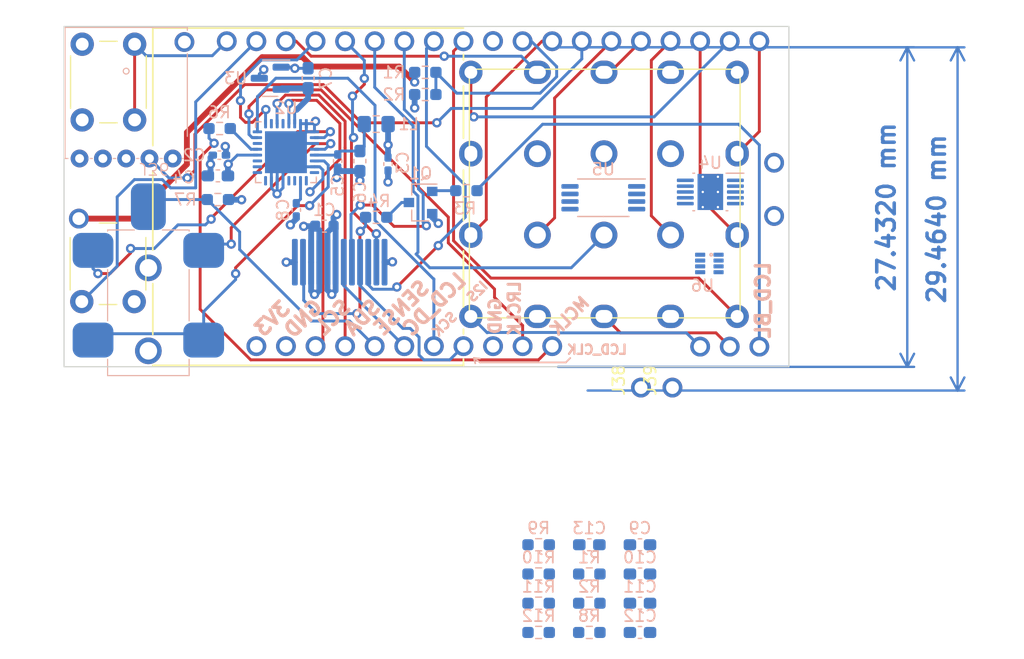
<source format=kicad_pcb>
(kicad_pcb (version 20221018) (generator pcbnew)
  (layers (0 "F.Cu" signal) (1 "In1.Cu" power) (2 "In2.Cu" power) (31 "B.Cu" signal) (34 "B.Paste" user) (35 "F.Paste" user) (36 "B.SilkS" user "B.Silkscreen") (37 "F.SilkS" user "F.Silkscreen") (38 "B.Mask" user) (39 "F.Mask" user) (44 "Edge.Cuts" user))
  (net 0 "")
  (net 1 "GNDREF")
  (net 2 "VCC")
  (net 3 "Net-(J1-Pin_1)")
  (net 4 "/vol_pot_measure")
  (net 5 "+3V3")
  (net 6 "/LCD_BL")
  (net 7 "+BATT")
  (net 8 "/LCD_RST")
  (net 9 "/LCD_DIN")
  (net 10 "/LCD_CLK")
  (net 11 "/LCD_CS")
  (net 12 "/LCD_DC")
  (net 13 "/LCD_BL_CONT")
  (net 14 "/VOLT_MEASURE")
  (net 15 "Net-(J12-Pin_1)")
  (net 16 "Net-(J13-Pin_1)")
  (net 17 "Net-(J14-Pin_1)")
  (net 18 "Net-(J15-Pin_1)")
  (net 19 "Net-(J16-Pin_1)")
  (net 20 "Net-(J17-Pin_1)")
  (net 21 "Net-(J18-Pin_1)")
  (net 22 "Net-(J19-Pin_1)")
  (net 23 "Net-(J20-Pin_1)")
  (net 24 "Net-(J21-Pin_1)")
  (net 25 "Net-(J22-Pin_1)")
  (net 26 "Net-(Q1-B)")
  (net 27 "Net-(Q1-C)")
  (net 28 "Net-(J23-Pin_1)")
  (net 31 "Net-(U2-VDDA)")
  (net 32 "Net-(U2-VAG)")
  (net 35 "/BUTTON_SENSE")
  (net 42 "Net-(U2-SYS_MCLK)")
  (net 44 "Net-(J24-Pin_1)")
  (net 45 "/SCL")
  (net 46 "/I2S_DATA")
  (net 47 "/SDA")
  (net 48 "/I2S_SCLK")
  (net 50 "/I2S_LRCLK")
  (net 51 "/I2S_MCLK")
  (net 52 "/LEFT")
  (net 53 "/RIGHT")
  (net 54 "/AUDIO_GND")
  (net 55 "/+1V8")
  (net 56 "/CELL-")
  (net 57 "+5V")
  (net 58 "/PWR_SRC")
  (net 60 "Net-(U5-VDD)")
  (net 61 "Net-(U4-TIMER)")
  (net 62 "Net-(U5-VIN)")
  (net 63 "Net-(U4-PROG)")
  (net 64 "Net-(U4-{slash}CHRG)")
  (net 65 "Net-(U6-PR1)")
  (footprint "custom_footprints:hole" (layer "F.Cu") (at 48.005276 14.7175)
    (fp_text reference "J14" hide)
    (fp_text value "Conn_01x01_Male")
  )
  (footprint "custom_footprints:hole" (layer "F.Cu") (at 37.845276 14.7175)
    (fp_text reference "J31" hide)
    (fp_text value "Conn_01x01_Male")
  )
  (footprint "custom_footprints:hole" (layer "F.Cu") (at 40.385276 14.7175)
    (fp_text reference "J19" hide)
    (fp_text value "Conn_01x01_Male")
  )
  (footprint "custom_footprints:hole" (layer "F.Cu") (at 30.225276 40.894)
    (fp_text reference "J4" hide)
    (fp_text value "Conn_01x01_Male")
  )
  (footprint "custom_footprints:hole" (layer "F.Cu") (at 35.305276 40.894 90)
    (fp_text reference "J25" hide)
    (fp_text value "Conn_01x01_Male")
  )
  (footprint "custom_footprints:hole" (layer "F.Cu") (at 30.225276 14.7175)
    (fp_text reference "J1" hide)
    (fp_text value "Conn_01x01_Male")
  )
  (footprint "custom_footprints:hole" (layer "F.Cu") (at 60.705276 14.7175)
    (fp_text reference "J20" hide)
    (fp_text value "Conn_01x01_Male")
  )
  (footprint "custom_footprints:hole" (layer "F.Cu") (at 45.465276 40.894)
    (fp_text reference "J33" hide)
    (fp_text value "Conn_01x01_Male")
  )
  (footprint "custom_footprints:hole" (layer "F.Cu") (at 74.676 29.718)
    (fp_text reference "J37" hide)
    (fp_text value "Conn_01x01_Male")
  )
  (footprint "custom_footprints:hole" (layer "F.Cu") (at 53.085276 40.894)
    (fp_text reference "J34" hide)
    (fp_text value "Conn_01x01_Male")
  )
  (footprint "custom_footprints:hole" (layer "F.Cu") (at 65.946 44.45 90)
    (fp_text reference "J39")
    (fp_text value "Conn_01x01_Male")
  )
  (footprint "custom_footprints:hole" (layer "F.Cu") (at 63.246 44.45 90)
    (fp_text reference "J38")
    (fp_text value "Conn_01x01_Male")
  )
  (footprint "custom_footprints:hole" (layer "F.Cu") (at 45.465276 14.7175)
    (fp_text reference "J30" hide)
    (fp_text value "Conn_01x01_Male")
  )
  (footprint "custom_footprints:hole" (layer "F.Cu") (at 32.765276 40.894)
    (fp_text reference "J6" hide)
    (fp_text value "Conn_01x01_Male")
  )
  (footprint "custom_footprints:hole" (layer "F.Cu") (at 42.925276 40.894)
    (fp_text reference "J27" hide)
    (fp_text value "Conn_01x01_Male")
  )
  (footprint "custom_footprints:hole" (layer "F.Cu") (at 50.544552 14.703)
    (fp_text reference "J5" hide)
    (fp_text value "Conn_01x01_Male")
  )
  (footprint "custom_footprints:hole" (layer "F.Cu") (at 70.865276 40.9335)
    (fp_text reference "J15" hide)
    (fp_text value "Conn_01x01_Male")
  )
  (footprint "custom_footprints:button_array" (layer "F.Cu") (at 48.005276 38.3395)
    (fp_text reference "U1" hide)
    (fp_text value "buttonarray")
  )
  (footprint "custom_footprints:hole" (layer "F.Cu") (at 42.925276 14.7175)
    (fp_text reference "J28" hide)
    (fp_text value "Conn_01x01_Male")
  )
  (footprint "Button_Switch_THT:SW_PUSH_6mm_H5mm" (layer "F.Cu") (at 15.275276 21.4715 90)
    (fp_text reference "SW14" hide)
    (fp_text value "SW_Push")
  )
  (footprint "custom_footprints:hole" (layer "F.Cu") (at 70.865276 14.7175)
    (fp_text reference "J24" hide)
    (fp_text value "Conn_01x01_Male")
  )
  (footprint "custom_footprints:hole" (layer "F.Cu") (at 35.305276 14.7175)
    (fp_text reference "J32" hide)
    (fp_text value "Conn_01x01_Male")
  )
  (footprint "custom_footprints:hole" (layer "F.Cu") (at 53.085276 14.7175)
    (fp_text reference "J10" hide)
    (fp_text value "Conn_01x01_Male")
  )
  (footprint "custom_footprints:hole" (layer "F.Cu") (at 55.625276 14.7175)
    (fp_text reference "J21" hide)
    (fp_text value "Conn_01x01_Male")
  )
  (footprint "custom_footprints:hole" (layer "F.Cu") (at 27.685276 14.7175)
    (fp_text reference "J12" hide)
    (fp_text value "Conn_01x01_Male")
  )
  (footprint "custom_footprints:hole" (layer "F.Cu") (at 68.325276 40.9335)
    (fp_text reference "J16" hide)
    (fp_text value "Conn_01x01_Male")
  )
  (footprint "custom_footprints:hole" (layer "F.Cu") (at 63.245276 14.7175)
    (fp_text reference "J22" hide)
    (fp_text value "Conn_01x01_Male")
  )
  (footprint "custom_footprints:hole" (layer "F.Cu") (at 74.676 25.146)
    (fp_text reference "J10" hide)
    (fp_text value "Conn_01x01_Male")
  )
  (footprint "Button_Switch_THT:SW_PUSH_6mm_H5mm" (layer "F.Cu") (at 19.739276 30.5695 -90)
    (fp_text reference "SW13" hide)
    (fp_text value "SW_Push")
  )
  (footprint "custom_footprints:hole" (layer "F.Cu") (at 50.545276 40.894)
    (fp_text reference "J9" hide)
    (fp_text value "Conn_01x01_Male")
  )
  (footprint "custom_footprints:hole" (layer "F.Cu") (at 48.005276 40.894)
    (fp_text reference "J29" hide)
    (fp_text value "Conn_01x01_Male")
  )
  (footprint "custom_footprints:hole" (layer "F.Cu") (at 58.165276 14.7175)
    (fp_text reference "J7" hide)
    (fp_text value "Conn_01x01_Male")
  )
  (footprint "custom_footprints:hole" (layer "F.Cu") (at 55.625276 40.894)
    (fp_text reference "J35" hide)
    (fp_text value "Conn_01x01_Male")
  )
  (footprint "custom_footprints:hole" (layer "F.Cu") (at 65.785276 14.703)
    (fp_text reference "J17" hide)
    (fp_text value "Conn_01x01_Male")
  )
  (footprint "custom_footprints:hole" (layer "F.Cu") (at 68.324552 14.7175)
    (fp_text reference "J18" hide)
    (fp_text value "Conn_01x01_Male")
  )
  (footprint "custom_footprints:hole" (layer "F.Cu") (at 73.405276 40.9335)
    (fp_text reference "J2" hide)
    (fp_text value "Conn_01x01_Male")
  )
  (footprint "custom_footprints:hole" (layer "F.Cu") (at 40.385276 40.894)
    (fp_text reference "J11" hide)
    (fp_text value "Conn_01x01_Male")
  )
  (footprint "custom_footprints:hole" (layer "F.Cu") (at 32.765276 14.7175)
    (fp_text reference "J23" hide)
    (fp_text value "Conn_01x01_Male")
  )
  (footprint "custom_footprints:hole" (layer "F.Cu") (at 37.845276 40.894 90)
    (fp_text reference "J26" hide)
    (fp_text value "Conn_01x01_Male")
  )
  (footprint "custom_footprints:hole" (layer "F.Cu") (at 14.985276 29.943)
    (fp_text reference "J3" hide)
    (fp_text value "Conn_01x01_Male")
  )
  (footprint "custom_footprints:hole" (layer "F.Cu") (at 73.405276 14.7175)
    (fp_text reference "J13" hide)
    (fp_text value "Conn_01x01_Male")
  )
  (footprint "Capacitor_SMD:C_0603_1608Metric_Pad1.08x0.95mm_HandSolder" (layer "B.Cu") (at 63.1595 60.452 180)
    (fp_text reference "C10")
    (fp_text value "0.1µF")
  )
  (footprint "Package_DFN_QFN:QFN-32-1EP_5x5mm_P0.5mm_EP3.6x3.6mm" (layer "B.Cu") (at 32.765276 24.2425 180)
    (fp_text reference "U2")
    (fp_text value "SGTL5000XNAA3")
  )
  (footprint "Capacitor_SMD:C_0603_1608Metric_Pad1.08x0.95mm_HandSolder" (layer "B.Cu") (at 63.1595 65.472 180)
    (fp_text reference "C12")
    (fp_text value "10µF")
  )
  (footprint "Resistor_SMD:R_0603_1608Metric_Pad0.98x0.95mm_HandSolder" (layer "B.Cu") (at 48.259276 27.5445 180)
    (fp_text reference "R3")
    (fp_text value "10K")
  )
  (footprint "Resistor_SMD:R_0603_1608Metric_Pad0.98x0.95mm_HandSolder" (layer "B.Cu") (at 58.8095 60.452 180)
    (fp_text reference "R1")
    (fp_text value "20mR")
  )
  (footprint "Capacitor_SMD:C_0603_1608Metric_Pad1.08x0.95mm_HandSolder" (layer "B.Cu") (at 39.115276 25.0045 -90)
    (fp_text reference "C6")
    (fp_text value "2.2µF")
  )
  (footprint "Resistor_SMD:R_0603_1608Metric_Pad0.98x0.95mm_HandSolder" (layer "B.Cu") (at 58.8095 65.472 180)
    (fp_text reference "R8")
    (fp_text value "1K")
  )
  (footprint "Inductor_SMD:L_0805_2012Metric_Pad1.15x1.40mm_HandSolder" (layer "B.Cu") (at 40.512276 21.8295 180)
    (fp_text reference "L1")
    (fp_text value "ferrite 600")
  )
  (footprint "Resistor_SMD:R_0603_1608Metric_Pad0.98x0.95mm_HandSolder" (layer "B.Cu") (at 54.4595 62.962 180)
    (fp_text reference "R11")
    (fp_text value "2K2")
  )
  (footprint "Capacitor_SMD:C_0603_1608Metric" (layer "B.Cu") (at 36.067276 30.5925 180)
    (fp_text reference "C1")
    (fp_text value "C")
  )
  (footprint "Capacitor_SMD:C_0603_1608Metric_Pad1.08x0.95mm_HandSolder" (layer "B.Cu") (at 63.1595 62.962 180)
    (fp_text reference "C11")
    (fp_text value "4.7µF")
  )
  (footprint "Package_SO:TSSOP-8_4.4x3mm_P0.65mm" (layer "B.Cu") (at 60.0125 28.153 180)
    (fp_text reference "U5")
    (fp_text value "DS2782")
  )
  (footprint "Package_TO_SOT_SMD:SOT-23" (layer "B.Cu") (at 44.322276 28.5605 180)
    (fp_text reference "Q1")
    (fp_text value "Q_NPN_BEC")
  )
  (footprint "Package_TO_SOT_SMD:SOT-23" (layer "B.Cu") (at 31.416776 17.8925 180)
    (fp_text reference "U3")
    (fp_text value "~")
  )
  (footprint "Resistor_SMD:R_0603_1608Metric_Pad0.98x0.95mm_HandSolder" (layer "B.Cu") (at 26.923276 28.3065 180)
    (fp_text reference "R7")
    (fp_text value "270R")
  )
  (footprint "Resistor_SMD:R_0603_1608Metric_Pad0.98x0.95mm_HandSolder" (layer "B.Cu") (at 54.4595 60.452 180)
    (fp_text reference "R10")
    (fp_text value "400K")
  )
  (footprint "Resistor_SMD:R_0603_1608Metric_Pad0.98x0.95mm_HandSolder" (layer "B.Cu") (at 54.4595 65.472 180)
    (fp_text reference "R12")
    (fp_text value "820R")
  )
  (footprint "Resistor_SMD:R_0603_1608Metric_Pad0.98x0.95mm_HandSolder" (layer "B.Cu") (at 54.4595 57.942 180)
    (fp_text reference "R9")
    (fp_text value "1K87")
  )
  (footprint "Capacitor_SMD:C_0603_1608Metric_Pad1.08x0.95mm_HandSolder" (layer "B.Cu") (at 34.670276 17.8925 90)
    (fp_text reference "C7")
    (fp_text value "2.2µF")
  )
  (footprint "custom_footprints:SOT-5X3" (layer "B.Cu") (at 68.526 36.194 180)
    (fp_text reference "U6")
    (fp_text value "TPS2116")
  )
  (footprint "custom_footprints:SMD_CON_1x11_0.7mm" (layer "B.Cu") (at 41.479876 38.2831 180)
    (fp_text reference "J8" hide)
    (fp_text value "Conn_01x12")
  )
  (footprint "Resistor_SMD:R_0603_1608Metric_Pad0.98x0.95mm_HandSolder" (layer "B.Cu") (at 58.8095 62.962 180)
    (fp_text reference "R2")
    (fp_text value "500R")
  )
  (footprint "Capacitor_SMD:C_0402_1005Metric_Pad0.74x0.62mm_HandSolder" (layer "B.Cu") (at 27.050276 24.4965 180)
    (fp_text reference "C2")
    (fp_text value "0.1µF")
  )
  (footprint "Capacitor_SMD:C_0603_1608Metric_Pad1.08x0.95mm_HandSolder" (layer "B.Cu") (at 63.1595 57.942 180)
    (fp_text reference "C9")
    (fp_text value "0.1µF")
  )
  (footprint "Resistor_SMD:R_0603_1608Metric_Pad0.98x0.95mm_HandSolder" (layer "B.Cu") (at 40.512276 29.8305)
    (fp_text reference "R4")
    (fp_text value "10R")
  )
  (footprint "Capacitor_SMD:C_0603_1608Metric_Pad1.08x0.95mm_HandSolder" (layer "B.Cu") (at 26.923276 26.2745 180)
    (fp_text reference "C4")
    (fp_text value "2.2µF")
  )
  (footprint "Capacitor_SMD:C_0402_1005Metric_Pad0.74x0.62mm_HandSolder" (layer "B.Cu") (at 33.654276 29.1955 90)
    (fp_text reference "C8")
    (fp_text value "0.15µF")
  )
  (footprint "Resistor_SMD:R_0603_1608Metric_Pad0.98x0.95mm_HandSolder" (layer "B.Cu") (at 44.726776 19.2895 180)
    (fp_text reference "R2")
    (fp_text value "R")
  )
  (footprint "Capacitor_SMD:C_0603_1608Metric_Pad1.08x0.95mm_HandSolder" (layer "B.Cu") (at 58.8095 57.942 180)
    (fp_text reference "C13")
    (fp_text value "10µF")
  )
  (footprint "Capacitor_SMD:C_0402_1005Metric_Pad0.74x0.62mm_HandSolder" (layer "B.Cu") (at 37.210276 25.0045 -90)
    (fp_text reference "C5")
    (fp_text value "0.1µF")
  )
  (footprint "Resistor_SMD:R_0603_1608Metric_Pad0.98x0.95mm_HandSolder" (layer "B.Cu") (at 27.073776 22.2105)
    (fp_text reference "R6")
    (fp_text value "100R")
  )
  (footprint "Package_SO:MSOP-10-1EP_3x3mm_P0.5mm_EP2.2x3.1mm_Mask1.83x1.89mm_ThermalVias" (layer "B.Cu") (at 69.2 27.656 180)
    (fp_text reference "U4")
    (fp_text value "LTC1733")
  )
  (footprint "custom_footprints:audio_3.5mm_trrs" (layer "B.Cu") (at 20.954276 26.92)
    (fp_text reference "J36")
    (fp_text value "AudioJack4")
  )
  (footprint "Capacitor_SMD:C_0402_1005Metric_Pad0.74x0.62mm_HandSolder" (layer "B.Cu") (at 41.528276 25.2585 -90)
    (fp_text reference "C3")
    (fp_text value "0.1µF")
  )
  (footprint "Resistor_SMD:R_0603_1608Metric_Pad0.98x0.95mm_HandSolder" (layer "B.Cu") (at 44.726776 17.3845)
    (fp_text reference "R1")
    (fp_text value "R")
  )
  (footprint "custom_footprints:thumbwheel_pot" (layer "B.Cu") (at 23.049276 24.7825 180)
    (fp_text reference "R5" hide)
    (fp_text value "~")
  )
  (gr_line (start 49.427676 42.291) (end 48.894276 41.91) (stroke (width 0.15)) (layer "B.SilkS"))
  (gr_line (start 48.894276 41.91) (end 49.427676 41.9608) (stroke (width 0.15)) (layer "B.SilkS"))
  (gr_line (start 56.793676 42.291) (end 49.427676 42.291) (stroke (width 0.15)) (layer "B.SilkS"))
  (gr_line (start 56.793676 42.291) (end 57.174676 41.91) (stroke (width 0.15)) (layer "B.SilkS"))
  (gr_line (start 49.021276 42.3672) (end 48.894276 41.91) (stroke (width 0.15)) (layer "B.SilkS"))
  (gr_line (start 48.005276 18.5674) (end 48.005276 23.0378) (stroke (width 0.15)) (layer "F.SilkS"))
  (gr_line (start 21.335276 32.639) (end 21.335276 25.8572) (stroke (width 0.15)) (layer "F.SilkS"))
  (gr_line (start 48.005276 15.8496) (end 48.005276 16.3068) (stroke (width 0.15)) (layer "F.SilkS"))
  (gr_line (start 48.005276 42.0116) (end 48.005276 42.545) (stroke (width 0.15)) (layer "F.SilkS"))
  (gr_line (start 21.335276 13.589) (end 48.005276 13.589) (stroke (width 0.15)) (layer "F.SilkS"))
  (gr_line (start 48.005276 25.781) (end 48.005276 30.099) (stroke (width 0.15)) (layer "F.SilkS"))
  (gr_line (start 48.005276 42.545) (end 48.005276 42.618) (stroke (width 0.15)) (layer "F.SilkS"))
  (gr_line (start 48.005276 42.545) (end 21.335276 42.545) (stroke (width 0.15)) (layer "F.SilkS"))
  (gr_line (start 48.005276 39.4462) (end 48.005276 39.8526) (stroke (width 0.15)) (layer "F.SilkS"))
  (gr_line (start 21.335276 39.878) (end 21.335276 35.5346) (stroke (width 0.15)) (layer "F.SilkS"))
  (gr_line (start 48.005276 32.7152) (end 48.005276 37.5158) (stroke (width 0.15)) (layer "F.SilkS"))
  (gr_line (start 21.335276 23.6728) (end 21.335276 13.589) (stroke (width 0.15)) (layer "F.SilkS"))
  (gr_line (start 13.715276 42.6575) (end 13.715276 13.4475) (stroke (width 0.1)) (layer "Edge.Cuts"))
  (gr_line (start 75.945276 13.4475) (end 75.945276 42.6575) (stroke (width 0.1)) (layer "Edge.Cuts"))
  (gr_line (start 75.945276 13.4475) (end 13.715276 13.4475) (stroke (width 0.1)) (layer "Edge.Cuts"))
  (gr_line (start 13.715276 42.6575) (end 75.945276 42.6575) (stroke (width 0.1)) (layer "Edge.Cuts"))
  (gr_text "GND" (at 51.307276 36.6155 90) (layer "B.SilkS") (effects (font (size 1 1) (thickness 0.25) bold) (justify left bottom mirror)))
  (gr_text "SDA" (at 41.147276 37.592 45) (layer "B.SilkS") (effects (font (size 1.2 1.2) (thickness 0.3) bold) (justify left bottom mirror)))
  (gr_text "GND" (at 36.194276 37.592 45) (layer "B.SilkS") (effects (font (size 1.2 1.2) (thickness 0.3) bold) (justify left bottom mirror)))
  (gr_text "LCD_CLK" (at 62.153076 41.656) (layer "B.SilkS") (effects (font (size 0.8 0.8) (thickness 0.2) bold) (justify left bottom mirror)))
  (gr_text "LRCLK" (at 52.958276 35.179 90) (layer "B.SilkS") (effects (font (size 1 1) (thickness 0.25) bold) (justify left bottom mirror)))
  (gr_text "SCL" (at 38.607276 37.592 45) (layer "B.SilkS") (effects (font (size 1.2 1.2) (thickness 0.3) bold) (justify left bottom mirror)))
  (gr_text "LCD_DC" (at 48.513276 35.306 45) (layer "B.SilkS") (effects (font (size 1.2 1.2) (thickness 0.3) bold) (justify left bottom mirror)))
  (gr_text "I2S   SCK" (at 50.291276 35.7745 45) (layer "B.SilkS") (effects (font (size 0.8 0.8) (thickness 0.2) bold) (justify left bottom mirror)))
  (gr_text "LCD_BL" (at 74.421276 33.5135 90) (layer "B.SilkS") (effects (font (size 1.2 1.2) (thickness 0.3) bold) (justify left bottom mirror)))
  (gr_text "3V3" (at 33.400276 37.719 45) (layer "B.SilkS") (effects (font (size 1.2 1.2) (thickness 0.3) bold) (justify left bottom mirror)))
  (gr_text "MCLK" (at 59.054276 37.211 45) (layer "B.SilkS") (effects (font (size 1 1) (thickness 0.25) bold) (justify left bottom mirror)))
  (gr_text "SENSE" (at 45.338276 35.941 45) (layer "B.SilkS") (effects (font (size 1.2 1.2) (thickness 0.3) bold) (justify left bottom mirror)))
  (dimension (type aligned) (layer "B.Cu") (pts (xy 55.626 15.24) (xy 55.626 42.672)) (height -30.48) (gr_text "27.4320 mm" (at 84.306 28.956 90) (layer "B.Cu") (effects (font (size 1.5 1.5) (thickness 0.3)))) (format (prefix "") (suffix "") (units 3) (units_format 1) (precision 4)) (style (thickness 0.2) (arrow_length 1.27) (text_position_mode 0) (extension_height 0.58642) (extension_offset 0.5) keep_text_aligned))
  (dimension (type aligned) (layer "B.Cu") (pts (xy 58.166 15.24) (xy 58.166 44.704)) (height -32.258) (gr_text "29.4640 mm" (at 88.624 29.972 90) (layer "B.Cu") (effects (font (size 1.5 1.5) (thickness 0.3)))) (format (prefix "") (suffix "") (units 3) (units_format 1) (precision 4)) (style (thickness 0.2) (arrow_length 1.27) (text_position_mode 0) (extension_height 0.58642) (extension_offset 0.5) keep_text_aligned))
  (via (at 43.819273 20.442003) (size 0.8) (drill 0.4) (layers "F.Cu" "B.Cu") (net 1))
  (via (at 37.120776 26.416) (size 0.8) (drill 0.4) (layers "F.Cu" "B.Cu") (net 1))
  (via (at 45.846276 30.353) (size 0.8) (drill 0.4) (layers "F.Cu" "B.Cu") (net 1))
  (via (at 32.003276 27.813) (size 0.8) (drill 0.4) (layers "F.Cu" "B.Cu") (net 1))
  (via (at 37.120776 29.591) (size 0.8) (drill 0.4) (layers "F.Cu" "B.Cu") (net 1))
  (via (at 30.860276 17.145) (size 0.8) (drill 0.4) (layers "F.Cu" "B.Cu") (net 1))
  (via (at 35.305276 21.59) (size 0.8) (drill 0.4) (layers "F.Cu" "B.Cu") (net 1))
  (via (at 41.909276 33.655) (size 0.8) (drill 0.4) (layers "F.Cu" "B.Cu") (net 1))
  (via (at 41.528276 26.797) (size 0.8) (drill 0.4) (layers "F.Cu" "B.Cu") (net 1))
  (via (at 33.146276 30.48) (size 0.8) (drill 0.4) (layers "F.Cu" "B.Cu") (net 1))
  (via (at 34.831488 27.641453) (size 0.8) (drill 0.4) (layers "F.Cu" "B.Cu") (net 1))
  (via (at 26.288276 25.273) (size 0.8) (drill 0.4) (layers "F.Cu" "B.Cu") (net 1))
  (via (at 39.115276 26.67) (size 0.8) (drill 0.4) (layers "F.Cu" "B.Cu") (net 1))
  (via (at 33.527276 17.042) (size 0.8) (drill 0.4) (layers "F.Cu" "B.Cu") (net 1))
  (via (at 32.793376 33.6831) (size 0.8) (drill 0.4) (layers "F.Cu" "B.Cu") (net 1))
  (via (at 36.702276 36.449) (size 0.8) (drill 0.4) (layers "F.Cu" "B.Cu") (net 1))
  (segment (start 41.229876 33.6831) (end 41.881176 33.6831) (width 0.5) (layer "B.Cu") (net 1))
  (segment (start 34.515276 22.507) (end 34.035276 22.987) (width 0.25) (layer "B.Cu") (net 1))
  (segment (start 43.814276 20.437006) (end 43.819273 20.442003) (width 0.5) (layer "B.Cu") (net 1))
  (segment (start 35.940276 25.769492) (end 35.940276 26.532665) (width 0.25) (layer "B.Cu") (net 1))
  (segment (start 37.029876 33.6831) (end 37.029876 30.7676) (width 0.5) (layer "B.Cu") (net 1))
  (segment (start 33.654276 29.972) (end 33.146276 30.48) (width 0.5) (layer "B.Cu") (net 1))
  (segment (start 32.354276 16.9425) (end 33.427776 16.9425) (width 0.25) (layer "B.Cu") (net 1))
  (segment (start 34.015276 22.967) (end 34.035276 22.987) (width 0.25) (layer "B.Cu") (net 1))
  (segment (start 37.029876 30.7676) (end 36.854776 30.5925) (width 0.5) (layer "B.Cu") (net 1))
  (segment (start 34.529776 22.4925) (end 34.035276 22.987) (width 0.25) (layer "B.Cu") (net 1))
  (segment (start 32.765276 24.2425) (end 32.765276 24.257) (width 0.5) (layer "B.Cu") (net 1))
  (segment (start 31.515276 27.325) (end 31.515276 26.6925) (width 0.25) (layer "B.Cu") (net 1))
  (segment (start 35.102776 21.7925) (end 34.015276 21.7925) (width 0.25) (layer "B.Cu") (net 1))
  (segment (start 32.015276 27.801) (end 32.003276 27.813) (width 0.25) (layer "B.Cu") (net 1))
  (segment (start 32.906776 24.2425) (end 34.035276 23.114) (width 0.5) (layer "B.Cu") (net 1))
  (segment (start 36.329876 33.6831) (end 36.329876 36.0766) (width 0.5) (layer "B.Cu") (net 1))
  (segment (start 34.515276 21.7925) (end 34.515276 22.507) (width 0.25) (layer "B.Cu") (net 1))
  (segment (start 30.479276 17.526) (end 30.860276 17.145) (width 0.25) (layer "B.Cu") (net 1))
  (segment (start 35.215276 23.4925) (end 33.515276 23.4925) (width 0.25) (layer "B.Cu") (net 1))
  (segment (start 36.329876 33.6831) (end 36.329876 31.1174) (width 0.5) (layer "B.Cu") (net 1))
  (segment (start 30.479276 17.8925) (end 30.479276 17.526) (width 0.25) (layer "B.Cu") (net 1))
  (segment (start 37.029876 36.1214) (end 36.702276 36.449) (width 0.5) (layer "B.Cu") (net 1))
  (segment (start 35.305276 21.59) (end 35.102776 21.7925) (width 0.25) (layer "B.Cu") (net 1))
  (segment (start 34.015276 25.4925) (end 35.215276 25.4925) (width 0.25) (layer "B.Cu") (net 1))
  (segment (start 39.115276 25.867) (end 39.115276 26.67) (width 0.5) (layer "B.Cu") (net 1))
  (segment (start 35.305276 21.59) (end 35.215276 21.68) (width 0.25) (layer "B.Cu") (net 1))
  (segment (start 32.765276 24.2425) (end 32.015276 24.9925) (width 0.25) (layer "B.Cu") (net 1))
  (segment (start 45.322276 29.829) (end 45.846276 30.353) (width 0.5) (layer "B.Cu") (net 1))
  (segment (start 36.854776 30.5925) (end 36.854776 29.857) (width 0.5) (layer "B.Cu") (net 1))
  (segment (start 37.120776 26.416) (end 37.120776 25.6615) (width 0.5) (layer "B.Cu") (net 1))
  (segment (start 34.015276 21.7925) (end 34.015276 22.967) (width 0.25) (layer "B.Cu") (net 1))
  (segment (start 45.322276 29.5105) (end 45.322276 29.829) (width 0.5) (layer "B.Cu") (net 1))
  (segment (start 36.854776 29.857) (end 37.120776 29.591) (width 0.5) (layer "B.Cu") (net 1))
  (segment (start 32.515276 27.301) (end 32.515276 26.6925) (width 0.25) (layer "B.Cu") (net 1))
  (segment (start 33.427776 16.9425) (end 33.527276 17.042) (width 0.25) (layer "B.Cu") (net 1))
  (segment (start 26.288276 24.691) (end 26.482776 24.4965) (width 0.5) (layer "B.Cu") (net 1))
  (segment (start 37.029876 33.6831) (end 37.029876 36.1214) (width 0.5) (layer "B.Cu") (net 1))
  (segment (start 32.003276 27.813) (end 32.515276 27.301) (width 0.25) (layer "B.Cu") (net 1))
  (segment (start 32.015276 26.6925) (end 32.015276 27.801) (width 0.25) (layer "B.Cu") (net 1))
  (segment (start 36.329876 31.1174) (end 36.854776 30.5925) (width 0.5) (layer "B.Cu") (net 1))
  (segment (start 35.215276 21.68) (end 35.215276 22.4925) (width 0.25) (layer "B.Cu") (net 1))
  (segment (start 32.652776 24.2425) (end 31.368276 25.527) (width 0.5) (layer "B.Cu") (net 1))
  (segment (start 32.765276 24.2425) (end 32.652776 24.2425) (width 0.5) (layer "B.Cu") (net 1))
  (segment (start 37.120776 25.6615) (end 37.210276 25.572) (width 0.5) (layer "B.Cu") (net 1))
  (segment (start 37.505276 25.867) (end 37.210276 25.572) (width 0.5) (layer "B.Cu") (net 1))
  (segment (start 32.793376 33.6831) (end 33.529876 33.6831) (width 0.5) (layer "B.Cu") (net 1))
  (segment (start 31.515276 25.4925) (end 31.515276 26.6925) (width 0.25) (layer "B.Cu") (net 1))
  (segment (start 36.329876 36.0766) (end 36.702276 36.449) (width 0.5) (layer "B.Cu") (net 1))
  (segment (start 32.765276 24.2425) (end 32.515276 24.4925) (width 0.25) (layer "B.Cu") (net 1))
  (segment (start 32.765276 24.2425) (end 31.515276 25.4925) (width 0.25) (layer "B.Cu") (net 1))
  (segment (start 32.765276 24.2425) (end 32.906776 24.2425) (width 0.5) (layer "B.Cu") (net 1))
  (segment (start 41.528276 25.826) (end 41.528276 26.797) (width 0.5) (layer "B.Cu") (net 1))
  (segment (start 43.814276 19.2895) (end 43.814276 20.437006) (width 0.5) (layer "B.Cu") (net 1))
  (segment (start 34.658276 17.042) (end 34.670276 17.03) (width 0.25) (layer "B.Cu") (net 1))
  (segment (start 41.881176 33.6831) (end 41.909276 33.655) (width 0.5) (layer "B.Cu") (net 1))
  (segment (start 35.663284 25.4925) (end 35.940276 25.769492) (width 0.25) (layer "B.Cu") (net 1))
  (segment (start 35.940276 26.532665) (end 34.831488 27.641453) (width 0.25) (layer "B.Cu") (net 1))
  (segment (start 35.663284 25.4925) (end 35.215276 25.4925) (width 0.25) (layer "B.Cu") (net 1))
  (segment (start 33.527276 17.042) (end 34.658276 17.042) (width 0.25) (layer "B.Cu") (net 1))
  (segment (start 32.015276 24.9925) (end 32.015276 26.6925) (width 0.25) (layer "B.Cu") (net 1))
  (segment (start 33.654276 29.763) (end 33.654276 29.972) (width 0.5) (layer "B.Cu") (net 1))
  (segment (start 32.515276 24.4925) (end 32.515276 26.6925) (width 0.25) (layer "B.Cu") (net 1))
  (segment (start 39.115276 25.867) (end 37.505276 25.867) (width 0.5) (layer "B.Cu") (net 1))
  (segment (start 32.765276 24.257) (end 34.035276 25.527) (width 0.5) (layer "B.Cu") (net 1))
  (segment (start 26.288276 26.047) (end 26.288276 24.691) (width 0.5) (layer "B.Cu") (net 1))
  (segment (start 32.003276 27.813) (end 31.515276 27.325) (width 0.25) (layer "B.Cu") (net 1))
  (segment (start 32.765276 24.2425) (end 34.015276 25.4925) (width 0.25) (layer "B.Cu") (net 1))
  (segment (start 33.515276 23.4925) (end 32.765276 24.2425) (width 0.25) (layer "B.Cu") (net 1))
  (segment (start 26.060776 26.2745) (end 26.288276 26.047) (width 0.5) (layer "B.Cu") (net 1))
  (segment (start 35.215276 22.4925) (end 34.529776 22.4925) (width 0.25) (layer "B.Cu") (net 1))
  (segment (start 32.765276 24.2425) (end 32.750776 24.2425) (width 0.5) (layer "B.Cu") (net 1))
  (segment (start 30.719358 16.083836) (end 24.261276 22.541918) (width 0.5) (layer "F.Cu") (net 2))
  (segment (start 42.490276 16.891) (end 35.000104 16.891) (width 0.5) (layer "F.Cu") (net 2))
  (segment (start 19.602803 29.943) (end 14.985276 29.943) (width 0.5) (layer "F.Cu") (net 2))
  (segment (start 43.814276 18.215) (end 42.490276 16.891) (width 0.5) (layer "F.Cu") (net 2))
  (segment (start 35.000104 16.891) (end 34.19294 16.083836) (width 0.5) (layer "F.Cu") (net 2))
  (segment (start 24.261276 22.541918) (end 24.261276 25.284527) (width 0.5) (layer "F.Cu") (net 2))
  (segment (start 24.261276 25.284527) (end 19.602803 29.943) (width 0.5) (layer "F.Cu") (net 2))
  (segment (start 34.19294 16.083836) (end 30.719358 16.083836) (width 0.5) (layer "F.Cu") (net 2))
  (via (at 43.814276 18.215) (size 0.8) (drill 0.4) (layers "F.Cu" "B.Cu") (net 2))
  (segment (start 43.814276 17.3845) (end 43.814276 18.215) (width 0.5) (layer "B.Cu") (net 2))
  (segment (start 22.859556 27.305) (end 22.149556 26.595) (width 0.25) (layer "B.Cu") (net 3))
  (segment (start 25.018276 19.9245) (end 25.018276 27.305) (width 0.25) (layer "B.Cu") (net 3))
  (segment (start 25.018276 27.305) (end 22.859556 27.305) (width 0.25) (layer "B.Cu") (net 3))
  (segment (start 18.279276 34.0295) (end 15.239276 37.0695) (width 0.25) (layer "B.Cu") (net 3))
  (segment (start 22.149556 26.595) (end 19.758996 26.595) (width 0.25) (layer "B.Cu") (net 3))
  (segment (start 30.225276 14.7175) (end 25.018276 19.9245) (width 0.25) (layer "B.Cu") (net 3))
  (segment (start 18.279276 28.07472) (end 18.279276 34.0295) (width 0.25) (layer "B.Cu") (net 3))
  (segment (start 19.758996 26.595) (end 18.279276 28.07472) (width 0.25) (layer "B.Cu") (net 3))
  (segment (start 35.967672 18.441) (end 29.210971 18.441) (width 0.25) (layer "F.Cu") (net 4))
  (segment (start 45.719276 21.717) (end 39.243672 21.717) (width 0.25) (layer "F.Cu") (net 4))
  (segment (start 29.210971 18.441) (end 27.431276 20.220695) (width 0.25) (layer "F.Cu") (net 4))
  (segment (start 24.949276 22.702695) (end 24.949276 25.797902) (width 0.25) (layer "F.Cu") (net 4))
  (segment (start 27.431276 20.220695) (end 24.949276 22.702695) (width 0.25) (layer "F.Cu") (net 4))
  (segment (start 24.949276 25.797902) (end 24.293727 26.453451) (width 0.25) (layer "F.Cu") (net 4))
  (segment (start 39.243672 21.717) (end 35.967672 18.441) (width 0.25) (layer "F.Cu") (net 4))
  (via (at 24.293727 26.453451) (size 0.8) (drill 0.4) (layers "F.Cu" "B.Cu") (net 4))
  (via (at 45.719276 21.717) (size 0.8) (drill 0.4) (layers "F.Cu" "B.Cu") (net 4))
  (segment (start 22.720227 26.453451) (end 21.049276 24.7825) (width 0.25) (layer "B.Cu") (net 4))
  (segment (start 58.165276 16.234729) (end 53.916005 20.484) (width 0.25) (layer "B.Cu") (net 4))
  (segment (start 24.293727 26.453451) (end 22.720227 26.453451) (width 0.25) (layer "B.Cu") (net 4))
  (segment (start 53.916005 20.484) (end 46.952276 20.484) (width 0.25) (layer "B.Cu") (net 4))
  (segment (start 46.952276 20.484) (end 45.719276 21.717) (width 0.25) (layer "B.Cu") (net 4))
  (segment (start 58.165276 14.7175) (end 58.165276 16.234729) (width 0.25) (layer "B.Cu") (net 4))
  (via (at 27.812276 25.273) (size 0.8) (drill 0.4) (layers "F.Cu" "B.Cu") (net 5))
  (via (at 35.215776 36.449) (size 0.8) (drill 0.4) (layers "F.Cu" "B.Cu") (net 5))
  (via (at 28.955276 28.321) (size 0.8) (drill 0.4) (layers "F.Cu" "B.Cu") (net 5))
  (via (at 41.532575 23.617701) (size 0.8) (drill 0.4) (layers "F.Cu" "B.Cu") (net 5))
  (via (at 27.558276 23.749) (size 0.8) (drill 0.4) (layers "F.Cu" "B.Cu") (net 5))
  (via (at 34.289276 30.607) (size 0.8) (drill 0.4) (layers "F.Cu" "B.Cu") (net 5))
  (segment (start 28.940776 28.3065) (end 28.955276 28.321) (width 0.5) (layer "B.Cu") (net 5))
  (segment (start 35.629876 30.9426) (end 35.279776 30.5925) (width 0.5) (layer "B.Cu") (net 5))
  (segment (start 35.215776 36.449) (end 35.305276 36.449) (width 0.5) (layer "B.Cu") (net 5))
  (segment (start 41.528276 21.8385) (end 41.537276 21.8295) (width 0.5) (layer "B.Cu") (net 5))
  (segment (start 27.617776 24.4965) (end 27.617776 23.8085) (width 0.5) (layer "B.Cu") (net 5))
  (segment (start 35.305276 36.449) (end 35.629876 36.1244) (width 0.5) (layer "B.Cu") (net 5))
  (segment (start 30.315276 24.4925) (end 28.592776 24.4925) (width 0.25) (layer "B.Cu") (net 5))
  (segment (start 27.812276 25.273) (end 27.785776 25.2995) (width 0.5) (layer "B.Cu") (net 5))
  (segment (start 35.629876 33.6831) (end 35.629876 30.9426) (width 0.5) (layer "B.Cu") (net 5))
  (segment (start 34.929876 33.6831) (end 34.929876 30.9424) (width 0.5) (layer "B.Cu") (net 5))
  (segment (start 34.929876 36.1631) (end 34.929876 33.6831) (width 0.5) (layer "B.Cu") (net 5))
  (segment (start 34.929876 30.9424) (end 35.279776 30.5925) (width 0.5) (layer "B.Cu") (net 5))
  (segment (start 28.955276 28.321) (end 27.850276 28.321) (width 0.5) (layer "B.Cu") (net 5))
  (segment (start 41.528276 24.691) (end 41.528276 23.622) (width 0.5) (layer "B.Cu") (net 5))
  (segment (start 35.215776 36.449) (end 34.929876 36.1631) (width 0.5) (layer "B.Cu") (net 5))
  (segment (start 28.592776 24.4925) (end 27.812276 25.273) (width 0.25) (layer "B.Cu") (net 5))
  (segment (start 27.785776 25.2995) (end 27.785776 26.2745) (width 0.5) (layer "B.Cu") (net 5))
  (segment (start 27.617776 23.8085) (end 27.558276 23.749) (width 0.5) (layer "B.Cu") (net 5))
  (segment (start 41.532575 23.617701) (end 41.532575 21.834201) (width 0.5) (layer "B.Cu") (net 5))
  (segment (start 41.528276 23.622) (end 41.532575 23.617701) (width 0.5) (layer "B.Cu") (net 5))
  (segment (start 35.629876 36.1244) (end 35.629876 33.6831) (width 0.5) (layer "B.Cu") (net 5))
  (segment (start 41.532575 21.834201) (end 41.537276 21.8295) (width 0.5) (layer "B.Cu") (net 5))
  (segment (start 27.850276 28.321) (end 27.835776 28.3065) (width 0.5) (layer "B.Cu") (net 5))
  (segment (start 34.303776 30.5925) (end 35.279776 30.5925) (width 0.5) (layer "B.Cu") (net 5))
  (segment (start 34.289276 30.607) (end 34.303776 30.5925) (width 0.5) (layer "B.Cu") (net 5))
  (segment (start 38.861276 38.1) (end 39.115276 37.846) (width 0.25) (layer "F.Cu") (net 6))
  (segment (start 39.115276 31.073963) (end 39.153958 31.035281) (width 0.25) (layer "F.Cu") (net 6))
  (segment (start 39.115276 37.846) (end 39.115276 31.073963) (width 0.25) (layer "F.Cu") (net 6))
  (via (at 39.153958 31.035281) (size 0.8) (drill 0.4) (layers "F.Cu" "B.Cu") (net 6))
  (via (at 38.861276 38.1) (size 0.8) (drill 0.4) (layers "F.Cu" "B.Cu") (net 6))
  (segment (start 34.289276 33.7425) (end 34.229876 33.6831) (width 0.25) (layer "B.Cu") (net 6))
  (segment (start 34.289276 36.957) (end 34.289276 33.7425) (width 0.25) (layer "B.Cu") (net 6))
  (segment (start 35.432276 38.1) (end 34.289276 36.957) (width 0.25) (layer "B.Cu") (net 6))
  (segment (start 39.599776 30.589463) (end 39.153958 31.035281) (width 0.25) (layer "B.Cu") (net 6))
  (segment (start 38.861276 38.1) (end 35.432276 38.1) (width 0.25) (layer "B.Cu") (net 6))
  (segment (start 39.599776 29.8305) (end 39.599776 30.589463) (width 0.25) (layer "B.Cu") (net 6))
  (segment (start 38.569776 22.987) (end 38.390276 23.1665) (width 0.25) (layer "F.Cu") (net 8))
  (segment (start 40.38647 31.243194) (end 40.529876 31.243194) (width 0.25) (layer "F.Cu") (net 8))
  (segment (start 38.390276 23.1665) (end 38.390276 29.247) (width 0.25) (layer "F.Cu") (net 8))
  (segment (start 38.390276 29.247) (end 40.38647 31.243194) (width 0.25) (layer "F.Cu") (net 8))
  (segment (start 39.496276 18.415) (end 38.480276 19.431) (width 0.25) (layer "F.Cu") (net 8))
  (segment (start 39.496276 17.907) (end 39.496276 18.415) (width 0.25) (layer "F.Cu") (net 8))
  (via (at 39.496276 17.907) (size 0.8) (drill 0.4) (layers "F.Cu" "B.Cu") (net 8))
  (via (at 40.529876 31.243194) (size 0.8) (drill 0.4) (layers "F.Cu" "B.Cu") (net 8))
  (via (at 38.569776 22.987) (size 0.8) (drill 0.4) (layers "F.Cu" "B.Cu") (net 8))
  (via (at 38.480276 19.431) (size 0.8) (drill 0.4) (layers "F.Cu" "B.Cu") (net 8))
  (segment (start 38.480276 22.8975) (end 38.480276 19.431) (width 0.25) (layer "B.Cu") (net 8))
  (segment (start 37.845276 14.7175) (end 39.496276 16.3685) (width 0.25) (layer "B.Cu") (net 8))
  (segment (start 38.569776 22.987) (end 38.480276 22.8975) (width 0.25) (layer "B.Cu") (net 8))
  (segment (start 39.496276 16.3685) (end 39.496276 17.907) (width 0.25) (layer "B.Cu") (net 8))
  (segment (start 40.529876 31.243194) (end 40.529876 33.6831) (width 0.25) (layer "B.Cu") (net 8))
  (segment (start 45.846276 32.258) (end 42.290276 35.814) (width 0.25) (layer "F.Cu") (net 9))
  (via (at 45.846276 32.258) (size 0.8) (drill 0.4) (layers "F.Cu" "B.Cu") (net 9))
  (via (at 42.290276 35.814) (size 0.8) (drill 0.4) (layers "F.Cu" "B.Cu") (net 9))
  (segment (start 44.830276 15.3525) (end 45.465276 14.7175) (width 0.25) (layer "B.Cu") (net 9))
  (segment (start 48.159276 27.074005) (end 44.826776 23.741505) (width 0.25) (layer "B.Cu") (net 9))
  (segment (start 45.846276 32.131) (end 48.159276 29.818) (width 0.25) (layer "B.Cu") (net 9))
  (segment (start 44.826776 23.741505) (end 44.826776 16.914005) (width 0.25) (layer "B.Cu") (net 9))
  (segment (start 42.096176 36.0081) (end 40.21848 36.0081) (width 0.25) (layer "B.Cu") (net 9))
  (segment (start 45.846276 32.258) (end 45.846276 32.131) (width 0.25) (layer "B.Cu") (net 9))
  (segment (start 44.826776 16.914005) (end 44.830276 16.910505) (width 0.25) (layer "B.Cu") (net 9))
  (segment (start 48.159276 29.818) (end 48.159276 27.074005) (width 0.25) (layer "B.Cu") (net 9))
  (segment (start 44.830276 16.910505) (end 44.830276 15.3525) (width 0.25) (layer "B.Cu") (net 9))
  (segment (start 40.21848 36.0081) (end 39.829876 35.619496) (width 0.25) (layer "B.Cu") (net 9))
  (segment (start 42.290276 35.814) (end 42.096176 36.0081) (width 0.25) (layer "B.Cu") (net 9))
  (segment (start 39.829876 35.619496) (end 39.829876 33.6831) (width 0.25) (layer "B.Cu") (net 9))
  (segment (start 42.798276 39.37) (end 39.129876 35.7016) (width 0.25) (layer "B.Cu") (net 10))
  (segment (start 44.195276 41.656) (end 44.195276 40.132) (width 0.25) (layer "B.Cu") (net 10))
  (segment (start 44.608276 42.069) (end 44.195276 41.656) (width 0.25) (layer "B.Cu") (net 10))
  (segment (start 39.129876 35.7016) (end 39.129876 33.6831) (width 0.25) (layer "B.Cu") (net 10))
  (segment (start 48.005276 40.894) (end 46.830276 42.069) (width 0.25) (layer "B.Cu") (net 10))
  (segment (start 46.830276 42.069) (end 44.608276 42.069) (width 0.25) (layer "B.Cu") (net 10))
  (segment (start 44.195276 40.132) (end 43.433276 39.37) (width 0.25) (layer "B.Cu") (net 10))
  (segment (start 43.433276 39.37) (end 42.798276 39.37) (width 0.25) (layer "B.Cu") (net 10))
  (segment (start 44.762526 30.607) (end 42.036276 30.607) (width 0.25) (layer "F.Cu") (net 11))
  (segment (start 44.821776 30.54775) (end 44.762526 30.607) (width 0.25) (layer "F.Cu") (net 11))
  (segment (start 40.209756 28.78048) (end 39.148824 28.78048) (width 0.25) (layer "F.Cu") (net 11))
  (segment (start 42.036276 30.607) (end 40.209756 28.78048) (width 0.25) (layer "F.Cu") (net 11))
  (via (at 39.148824 28.78048) (size 0.8) (drill 0.4) (layers "F.Cu" "B.Cu") (net 11))
  (via (at 44.821776 30.54775) (size 0.8) (drill 0.4) (layers "F.Cu" "B.Cu") (net 11))
  (segment (start 42.925276 20.572604) (end 42.925276 14.7175) (width 0.25) (layer "B.Cu") (net 11))
  (segment (start 44.137276 21.784604) (end 42.925276 20.572604) (width 0.25) (layer "B.Cu") (net 11))
  (segment (start 44.821776 30.54775) (end 44.547276 30.27325) (width 0.25) (layer "B.Cu") (net 11))
  (segment (start 39.148824 28.78048) (end 38.353276 29.576028) (width 0.25) (layer "B.Cu") (net 11))
  (segment (start 38.353276 33.6065) (end 38.429876 33.6831) (width 0.25) (layer "B.Cu") (net 11))
  (segment (start 38.353276 29.576028) (end 38.353276 33.6065) (width 0.25) (layer "B.Cu") (net 11))
  (segment (start 44.547276 30.27325) (end 44.547276 27.805104) (width 0.25) (layer "B.Cu") (net 11))
  (segment (start 44.547276 27.805104) (end 44.137276 27.395104) (width 0.25) (layer "B.Cu") (net 11))
  (segment (start 44.137276 27.395104) (end 44.137276 21.784604) (width 0.25) (layer "B.Cu") (net 11))
  (segment (start 42.925276 40.894) (end 37.729876 35.6986) (width 0.25) (layer "B.Cu") (net 12))
  (segment (start 37.729876 35.6986) (end 37.729876 33.6831) (width 0.25) (layer "B.Cu") (net 12))
  (segment (start 73.405276 23.621276) (end 73.405276 40.9335) (width 0.25) (layer "B.Cu") (net 13))
  (segment (start 49.171776 27.467034) (end 54.79481 21.844) (width 0.25) (layer "B.Cu") (net 13))
  (segment (start 71.628 21.844) (end 73.405276 23.621276) (width 0.25) (layer "B.Cu") (net 13))
  (segment (start 54.79481 21.844) (end 71.628 21.844) (width 0.25) (layer "B.Cu") (net 13))
  (segment (start 49.171776 27.5445) (end 49.171776 27.467034) (width 0.25) (layer "B.Cu") (net 13))
  (segment (start 56.006276 16.891) (end 53.832776 14.7175) (width 0.25) (layer "B.Cu") (net 14))
  (segment (start 47.431776 19.177) (end 54.586609 19.177) (width 0.25) (layer "B.Cu") (net 14))
  (segment (start 45.639276 17.3845) (end 45.639276 19.2895) (width 0.25) (layer "B.Cu") (net 14))
  (segment (start 54.586609 19.177) (end 56.006276 17.757333) (width 0.25) (layer "B.Cu") (net 14))
  (segment (start 56.006276 17.757333) (end 56.006276 16.891) (width 0.25) (layer "B.Cu") (net 14))
  (segment (start 53.832776 14.7175) (end 53.085276 14.7175) (width 0.25) (layer "B.Cu") (net 14))
  (segment (start 45.639276 17.3845) (end 47.431776 19.177) (width 0.25) (layer "B.Cu") (net 14))
  (segment (start 19.775276 21.4715) (end 19.775276 14.9715) (width 0.25) (layer "F.Cu") (net 15))
  (segment (start 27.685276 14.7175) (end 26.445276 15.9575) (width 0.25) (layer "B.Cu") (net 15))
  (segment (start 20.761276 15.9575) (end 19.775276 14.9715) (width 0.25) (layer "B.Cu") (net 15))
  (segment (start 26.445276 15.9575) (end 20.761276 15.9575) (width 0.25) (layer "B.Cu") (net 15))
  (segment (start 73.405276 22.4645) (end 71.500276 24.3695) (width 0.25) (layer "F.Cu") (net 16))
  (segment (start 73.405276 14.7175) (end 73.405276 22.4645) (width 0.25) (layer "F.Cu") (net 16))
  (segment (start 47.155276 31.843333) (end 50.363943 35.052) (width 0.25) (layer "F.Cu") (net 17))
  (segment (start 68.212776 35.052) (end 71.500276 38.3395) (width 0.25) (layer "F.Cu") (net 17))
  (segment (start 48.005276 14.7175) (end 47.155276 15.5675) (width 0.25) (layer "F.Cu") (net 17))
  (segment (start 47.155276 15.5675) (end 47.155276 31.843333) (width 0.25) (layer "F.Cu") (net 17))
  (segment (start 50.363943 35.052) (end 68.212776 35.052) (width 0.25) (layer "F.Cu") (net 17))
  (segment (start 61.395276 39.6645) (end 61.481776 39.751) (width 0.25) (layer "F.Cu") (net 18))
  (segment (start 69.682776 39.751) (end 70.865276 40.9335) (width 0.25) (layer "F.Cu") (net 18))
  (segment (start 60.070276 38.3395) (end 61.395276 39.6645) (width 0.25) (layer "F.Cu") (net 18))
  (segment (start 61.481776 39.751) (end 69.682776 39.751) (width 0.25) (layer "F.Cu") (net 18))
  (segment (start 67.142776 39.751) (end 68.325276 40.9335) (width 0.25) (layer "B.Cu") (net 19))
  (segment (start 56.111977 39.719) (end 56.143977 39.751) (width 0.25) (layer "B.Cu") (net 19))
  (segment (start 50.058576 39.719) (end 56.111977 39.719) (width 0.25) (layer "B.Cu") (net 19))
  (segment (start 48.640276 38.3395) (end 50.039176 39.7384) (width 0.25) (layer "B.Cu") (net 19))
  (segment (start 56.143977 39.751) (end 67.142776 39.751) (width 0.25) (layer "B.Cu") (net 19))
  (segment (start 50.039176 39.7384) (end 50.058576 39.719) (width 0.25) (layer "B.Cu") (net 19))
  (segment (start 65.785276 14.703) (end 64.134276 16.354) (width 0.25) (layer "F.Cu") (net 20))
  (segment (start 64.134276 16.354) (end 64.134276 29.7035) (width 0.25) (layer "F.Cu") (net 20))
  (segment (start 64.134276 29.7035) (end 65.785276 31.3545) (width 0.25) (layer "F.Cu") (net 20))
  (segment (start 68.324552 28.178776) (end 71.500276 31.3545) (width 0.25) (layer "F.Cu") (net 21))
  (segment (start 68.324552 14.7175) (end 68.324552 28.178776) (width 0.25) (layer "F.Cu") (net 21))
  (segment (start 43.687276 27.5815) (end 43.687276 21.971) (width 0.25) (layer "B.Cu") (net 22))
  (segment (start 44.097276 27.9915) (end 43.687276 27.5815) (width 0.25) (layer "B.Cu") (net 22))
  (segment (start 45.110677 34.163) (end 43.941276 32.993599) (width 0.25) (layer "B.Cu") (net 22))
  (segment (start 57.261776 34.163) (end 45.110677 34.163) (width 0.25) (layer "B.Cu") (net 22))
  (segment (start 43.941276 32.993599) (end 44.097276 32.837599) (width 0.25) (layer "B.Cu") (net 22))
  (segment (start 44.097276 32.837599) (end 44.097276 27.9915) (width 0.25) (layer "B.Cu") (net 22))
  (segment (start 60.070276 31.3545) (end 57.261776 34.163) (width 0.25) (layer "B.Cu") (net 22))
  (segment (start 40.385276 18.669) (end 40.385276 14.7175) (width 0.25) (layer "B.Cu") (net 22))
  (segment (start 43.687276 21.971) (end 40.385276 18.669) (width 0.25) (layer "B.Cu") (net 22))
  (segment (start 60.705276 14.7175) (end 55.830276 19.5925) (width 0.25) (layer "F.Cu") (net 23))
  (segment (start 55.830276 29.8795) (end 54.355276 31.3545) (width 0.25) (layer "F.Cu") (net 23))
  (segment (start 55.830276 19.5925) (end 55.830276 29.8795) (width 0.25) (layer "F.Cu") (net 23))
  (segment (start 54.746977 14.7175) (end 49.965276 19.499201) (width 0.25) (layer "F.Cu") (net 24))
  (segment (start 49.965276 30.0295) (end 48.640276 31.3545) (width 0.25) (layer "F.Cu") (net 24))
  (segment (start 49.965276 19.499201) (end 49.965276 30.0295) (width 0.25) (layer "F.Cu") (net 24))
  (segment (start 55.625276 14.7175) (end 54.746977 14.7175) (width 0.25) (layer "F.Cu") (net 24))
  (segment (start 63.245276 14.7175) (end 60.578276 17.3845) (width 0.25) (layer "F.Cu") (net 25))
  (segment (start 60.578276 17.3845) (end 60.070276 17.3845) (width 0.25) (layer "F.Cu") (net 25))
  (segment (start 47.346776 27.5445) (end 45.388276 27.5445) (width 0.25) (layer "B.Cu") (net 26))
  (segment (start 45.388276 27.5445) (end 45.322276 27.6105) (width 0.25) (layer "B.Cu") (net 26))
  (segment (start 43.322276 28.5605) (end 42.694776 28.5605) (width 0.25) (layer "B.Cu") (net 27))
  (segment (start 42.694776 28.5605) (end 41.424776 29.8305) (width 0.25) (layer "B.Cu") (net 27))
  (segment (start 32.765276 14.7175) (end 33.639776 14.7175) (width 0.25) (layer "F.Cu") (net 28))
  (segment (start 34.924276 16.002) (end 46.354276 16.002) (width 0.25) (layer "F.Cu") (net 28))
  (segment (start 33.639776 14.7175) (end 34.924276 16.002) (width 0.25) (layer "F.Cu") (net 28))
  (via (at 46.354276 16.002) (size 0.8) (drill 0.4) (layers "F.Cu" "B.Cu") (net 28))
  (segment (start 52.972776 16.002) (end 54.355276 17.3845) (width 0.25) (layer "B.Cu") (net 28))
  (segment (start 46.354276 16.002) (end 52.972776 16.002) (width 0.25) (layer "B.Cu") (net 28))
  (segment (start 37.210276 24.437) (end 37.154776 24.4925) (width 0.25) (layer "B.Cu") (net 31))
  (segment (start 39.487276 23.77) (end 39.115276 24.142) (width 0.25) (layer "B.Cu") (net 31))
  (segment (start 37.505276 24.142) (end 37.210276 24.437) (width 0.25) (layer "B.Cu") (net 31))
  (segment (start 39.487276 21.8295) (end 39.487276 23.77) (width 0.25) (layer "B.Cu") (net 31))
  (segment (start 39.115276 24.142) (end 37.505276 24.142) (width 0.25) (layer "B.Cu") (net 31))
  (segment (start 37.154776 24.4925) (end 35.215276 24.4925) (width 0.25) (layer "B.Cu") (net 31))
  (segment (start 33.654276 28.628) (end 34.015276 28.267) (width 0.25) (layer "B.Cu") (net 32))
  (segment (start 34.015276 28.267) (end 34.015276 26.6925) (width 0.25) (layer "B.Cu") (net 32))
  (segment (start 28.791276 31.087) (end 26.010776 28.3065) (width 0.25) (layer "B.Cu") (net 35))
  (segment (start 26.010776 28.3065) (end 21.567776 28.3065) (width 0.25) (layer "B.Cu") (net 35))
  (segment (start 38.226276 38.735) (end 34.924276 38.735) (width 0.25) (layer "B.Cu") (net 35))
  (segment (start 34.924276 38.735) (end 28.791276 32.602) (width 0.25) (layer "B.Cu") (net 35))
  (segment (start 40.385276 40.894) (end 38.226276 38.735) (width 0.25) (layer "B.Cu") (net 35))
  (segment (start 21.567776 28.3065) (end 20.954276 28.92) (width 0.25) (layer "B.Cu") (net 35))
  (segment (start 28.791276 32.602) (end 28.791276 31.087) (width 0.25) (layer "B.Cu") (net 35))
  (segment (start 29.768276 23.9925) (end 30.315276 23.9925) (width 0.25) (layer "B.Cu") (net 42))
  (segment (start 27.986276 22.2105) (end 29.768276 23.9925) (width 0.25) (layer "B.Cu") (net 42))
  (segment (start 48.894276 21.209) (end 48.640276 20.955) (width 0.25) (layer "F.Cu") (net 44))
  (segment (start 48.640276 20.955) (end 48.640276 17.3845) (width 0.25) (layer "F.Cu") (net 44))
  (via (at 48.894276 21.209) (size 0.8) (drill 0.4) (layers "F.Cu" "B.Cu") (net 44))
  (segment (start 48.894276 21.209) (end 64.373776 21.209) (width 0.25) (layer "B.Cu") (net 44))
  (segment (start 64.373776 21.209) (end 70.865276 14.7175) (width 0.25) (layer "B.Cu") (net 44))
  (segment (start 33.019276 20.066) (end 33.294276 19.791) (width 0.25) (layer "F.Cu") (net 45))
  (segment (start 35.940276 26.289) (end 35.940276 40.459) (width 0.25) (layer "F.Cu") (net 45))
  (segment (start 35.408484 19.791) (end 37.395276 21.777792) (width 0.25) (layer "F.Cu") (net 45))
  (segment (start 33.294276 19.791) (end 35.408484 19.791) (width 0.25) (layer "F.Cu") (net 45))
  (segment (start 37.395276 21.777792) (end 37.395276 24.834) (width 0.25) (layer "F.Cu") (net 45))
  (segment (start 35.940276 40.459) (end 35.305276 41.094) (width 0.25) (layer "F.Cu") (net 45))
  (segment (start 37.395276 24.834) (end 35.940276 26.289) (width 0.25) (layer "F.Cu") (net 45))
  (via (at 33.019276 20.066) (size 0.8) (drill 0.4) (layers "F.Cu" "B.Cu") (net 45))
  (segment (start 33.019276 20.066) (end 33.019276 21.7885) (width 0.25) (layer "B.Cu") (net 45))
  (segment (start 33.019276 21.7885) (end 33.015276 21.7925) (width 0.25) (layer "B.Cu") (net 45))
  (segment (start 29.289971 21.68) (end 29.890581 21.68) (width 0.25) (layer "F.Cu") (net 46))
  (segment (start 30.991928 20.578653) (end 31.039776 20.578653) (width 0.25) (layer "F.Cu") (net 46))
  (segment (start 28.865276 21.255305) (end 29.289971 21.68) (width 0.25) (layer "F.Cu") (net 46))
  (segment (start 28.865276 19.812) (end 28.865276 21.255305) (width 0.25) (layer "F.Cu") (net 46))
  (segment (start 29.890581 21.68) (end 30.991928 20.578653) (width 0.25) (layer "F.Cu") (net 46))
  (via (at 28.865276 19.812) (size 0.8) (drill 0.4) (layers "F.Cu" "B.Cu") (net 46))
  (via (at 31.039776 20.578653) (size 0.8) (drill 0.4) (layers "F.Cu" "B.Cu") (net 46))
  (segment (start 31.039776 20.578653) (end 31.015276 20.603153) (width 0.25) (layer "B.Cu") (net 46))
  (segment (start 31.015276 20.603153) (end 31.015276 21.7925) (width 0.25) (layer "B.Cu") (net 46))
  (segment (start 28.865276 18.097249) (end 30.645025 16.3175) (width 0.25) (layer "B.Cu") (net 46))
  (segment (start 33.705276 16.3175) (end 35.305276 14.7175) (width 0.25) (layer "B.Cu") (net 46))
  (segment (start 28.865276 19.812) (end 28.865276 18.097249) (width 0.25) (layer "B.Cu") (net 46))
  (segment (start 30.645025 16.3175) (end 33.705276 16.3175) (width 0.25) (layer "B.Cu") (net 46))
  (segment (start 37.845276 21.591396) (end 35.59488 19.341) (width 0.25) (layer "F.Cu") (net 47))
  (segment (start 35.59488 19.341) (end 32.718971 19.341) (width 0.25) (layer "F.Cu") (net 47))
  (segment (start 32.718971 19.341) (end 32.003276 20.056695) (width 0.25) (layer "F.Cu") (net 47))
  (segment (start 37.845276 41.094) (end 37.845276 23.827195) (width 0.25) (layer "F.Cu") (net 47))
  (segment (start 32.003276 20.056695) (end 32.003276 20.066) (width 0.25) (layer "F.Cu") (net 47))
  (segment (start 37.845276 23.866695) (end 37.845276 21.591396) (width 0.25) (layer "F.Cu") (net 47))
  (via (at 32.003276 20.066) (size 0.8) (drill 0.4) (layers "F.Cu" "B.Cu") (net 47))
  (segment (start 32.003276 21.7805) (end 32.015276 21.7925) (width 0.25) (layer "B.Cu") (net 47))
  (segment (start 32.003276 20.066) (end 32.003276 21.7805) (width 0.25) (layer "B.Cu") (net 47))
  (segment (start 38.084776 17.8925) (end 31.895025 17.8925) (width 0.25) (layer "B.Cu") (net 48))
  (segment (start 31.895025 17.8925) (end 30.315276 19.472249) (width 0.25) (layer "B.Cu") (net 48))
  (segment (start 45.465276 41.094) (end 45.465276 35.114495) (width 0.25) (layer "B.Cu") (net 48))
  (segment (start 30.315276 19.472249) (end 30.315276 22.4925) (width 0.25) (layer "B.Cu") (net 48))
  (segment (start 40.412276 20.22) (end 38.084776 17.8925) (width 0.25) (layer "B.Cu") (net 48))
  (segment (start 40.412276 30.100995) (end 40.412276 20.22) (width 0.25) (layer "B.Cu") (net 48))
  (segment (start 45.465276 35.153995) (end 40.412276 30.100995) (width 0.25) (layer "B.Cu") (net 48))
  (segment (start 35.781276 18.891) (end 46.705276 29.815) (width 0.25) (layer "F.Cu") (net 50))
  (segment (start 50.672276 35.996729) (end 50.672276 36.703) (width 0.25) (layer "F.Cu") (net 50))
  (segment (start 29.590276 20.32) (end 31.019276 18.891) (width 0.25) (layer "F.Cu") (net 50))
  (segment (start 46.705276 32.029729) (end 50.672276 35.996729) (width 0.25) (layer "F.Cu") (net 50))
  (segment (start 31.019276 18.891) (end 35.781276 18.891) (width 0.25) (layer "F.Cu") (net 50))
  (segment (start 29.590276 20.955) (end 29.590276 20.32) (width 0.25) (layer "F.Cu") (net 50))
  (segment (start 46.705276 29.815) (end 46.705276 32.029729) (width 0.25) (layer "F.Cu") (net 50))
  (segment (start 50.672276 36.703) (end 53.085276 39.116) (width 0.25) (layer "F.Cu") (net 50))
  (segment (start 53.085276 39.116) (end 53.085276 40.894) (width 0.25) (layer "F.Cu") (net 50))
  (via (at 29.590276 20.955) (size 0.8) (drill 0.4) (layers "F.Cu" "B.Cu") (net 50))
  (segment (start 29.590276 22.715508) (end 29.867268 22.9925) (width 0.25) (layer "B.Cu") (net 50))
  (segment (start 29.590276 20.955) (end 29.590276 22.715508) (width 0.25) (layer "B.Cu") (net 50))
  (segment (start 29.867268 22.9925) (end 30.315276 22.9925) (width 0.25) (layer "B.Cu") (net 50))
  (segment (start 25.399276 24.67237) (end 25.399276 37.729701) (width 0.25) (layer "F.Cu") (net 51))
  (segment (start 29.738575 42.069) (end 54.450276 42.069) (width 0.25) (layer "F.Cu") (net 51))
  (segment (start 25.399276 37.729701) (end 29.738575 42.069) (width 0.25) (layer "F.Cu") (net 51))
  (segment (start 54.450276 42.069) (end 55.625276 40.894) (width 0.25) (layer "F.Cu") (net 51))
  (segment (start 26.59723 23.474416) (end 25.399276 24.67237) (width 0.25) (layer "F.Cu") (net 51))
  (via (at 26.59723 23.474416) (size 0.8) (drill 0.4) (layers "F.Cu" "B.Cu") (net 51))
  (segment (start 26.161276 23.038462) (end 26.161276 22.2105) (width 0.25) (layer "B.Cu") (net 51))
  (segment (start 26.59723 23.474416) (end 26.161276 23.038462) (width 0.25) (layer "B.Cu") (net 51))
  (segment (start 28.447276 34.153695) (end 33.771971 28.829) (width 0.25) (layer "F.Cu") (net 52))
  (segment (start 33.771971 28.829) (end 34.797276 28.829) (width 0.25) (layer "F.Cu") (net 52))
  (segment (start 28.447276 34.671) (end 28.447276 34.153695) (width 0.25) (layer "F.Cu") (net 52))
  (via (at 28.447276 34.671) (size 0.8) (drill 0.4) (layers "F.Cu" "B.Cu") (net 52))
  (via (at 34.797276 28.829) (size 0.8) (drill 0.4) (layers "F.Cu" "B.Cu") (net 52))
  (segment (start 28.447276 34.671) (end 28.447276 35.179) (width 0.25) (layer "B.Cu") (net 52))
  (segment (start 25.704276 37.922) (end 25.704276 40.37) (width 0.25) (layer "B.Cu") (net 52))
  (segment (start 35.215276 24.9925) (end 36.040776 24.9925) (width 0.25) (layer "B.Cu") (net 52))
  (segment (start 25.161276 39.827) (end 25.704276 40.37) (width 0.25) (layer "B.Cu") (net 52))
  (segment (start 36.395776 25.3475) (end 36.395776 27.2305) (width 0.25) (layer "B.Cu") (net 52))
  (segment (start 36.395776 27.2305) (end 34.797276 28.829) (width 0.25) (layer "B.Cu") (net 52))
  (segment (start 16.747276 39.827) (end 25.161276 39.827) (width 0.25) (layer "B.Cu") (net 52))
  (segment (start 16.204276 40.37) (end 16.747276 39.827) (width 0.25) (layer "B.Cu") (net 52))
  (segment (start 28.447276 35.179) (end 25.704276 37.922) (width 0.25) (layer "B.Cu") (net 52))
  (segment (start 36.040776 24.9925) (end 36.395776 25.3475) (width 0.25) (layer "B.Cu") (net 52))
  (segment (start 17.663825 34.659451) (end 16.624727 34.659451) (width 0.25) (layer "F.Cu") (net 53))
  (segment (start 26.340962 29.910009) (end 33.771971 22.479) (width 0.25) (layer "F.Cu") (net 53))
  (segment (start 19.430276 32.893) (end 17.663825 34.659451) (width 0.25) (layer "F.Cu") (net 53))
  (segment (start 19.430276 32.512) (end 19.430276 32.893) (width 0.25) (layer "F.Cu") (net 53))
  (segment (start 26.340962 29.98746) (end 26.340962 29.910009) (width 0.25) (layer "F.Cu") (net 53))
  (segment (start 33.771971 22.479) (end 36.575276 22.479) (width 0.25) (layer "F.Cu") (net 53))
  (via (at 19.430276 32.512) (size 0.8) (drill 0.4) (layers "F.Cu" "B.Cu") (net 53))
  (via (at 26.340962 29.98746) (size 0.8) (drill 0.4) (layers "F.Cu" "B.Cu") (net 53))
  (via (at 36.575276 22.479) (size 0.8) (drill 0.4) (layers "F.Cu" "B.Cu") (net 53))
  (via (at 16.624727 34.659451) (size 0.8) (drill 0.4) (layers "F.Cu" "B.Cu") (net 53))
  (segment (start 25.848422 30.48) (end 26.340962 29.98746) (width 0.25) (layer "B.Cu") (net 53))
  (segment (start 21.462276 32.512) (end 23.494276 30.48) (width 0.25) (layer "B.Cu") (net 53))
  (segment (start 16.204276 32.67) (end 16.204276 34.239) (width 0.25) (layer "B.Cu") (net 53))
  (segment (start 35.215276 22.9925) (end 36.061776 22.9925) (width 0.25) (layer "B.Cu") (net 53))
  (segment (start 19.430276 32.512) (end 21.462276 32.512) (width 0.25) (layer "B.Cu") (net 53))
  (segment (start 36.061776 22.9925) (end 36.575276 22.479) (width 0.25) (layer "B.Cu") (net 53))
  (segment (start 16.204276 34.239) (end 16.624727 34.659451) (width 0.25) (layer "B.Cu") (net 53))
  (segment (start 23.494276 30.48) (end 25.848422 30.48) (width 0.25) (layer "B.Cu") (net 53))
  (segment (start 36.603387 23.507373) (end 35.283598 23.507373) (width 0.25) (layer "F.Cu") (net 54))
  (segment (start 28.066276 30.724695) (end 28.066276 32.131) (width 0.25) (layer "F.Cu") (net 54))
  (segment (start 35.283598 23.507373) (end 28.066276 30.724695) (width 0.25) (layer "F.Cu") (net 54))
  (via (at 36.603387 23.507373) (size 0.8) (drill 0.4) (layers "F.Cu" "B.Cu") (net 54))
  (via (at 28.066276 32.131) (size 0.8) (drill 0.4) (layers "F.Cu" "B.Cu") (net 54))
  (segment (start 35.215276 23.9925) (end 36.11826 23.9925) (width 0.25) (layer "B.Cu") (net 54))
  (segment (start 36.11826 23.9925) (end 36.603387 23.507373) (width 0.25) (layer "B.Cu") (net 54))
  (segment (start 26.243276 32.131) (end 28.066276 32.131) (width 0.25) (layer "B.Cu") (net 54))
  (segment (start 25.704276 32.67) (end 26.243276 32.131) (width 0.25) (layer "B.Cu") (net 54))
  (segment (start 34.670276 18.755) (end 32.441776 18.755) (width 0.5) (layer "B.Cu") (net 55))
  (segment (start 33.683817 20.603541) (end 34.670276 19.617082) (width 0.5) (layer "B.Cu") (net 55))
  (segment (start 32.441776 18.755) (end 32.354276 18.8425) (width 0.5) (layer "B.Cu") (net 55))
  (segment (start 33.515276 20.772082) (end 33.515276 21.7925) (width 0.25) (layer "B.Cu") (net 55))
  (segment (start 34.670276 19.617082) (end 34.670276 18.755) (width 0.5) (layer "B.Cu") (net 55))
  (segment (start 33.683817 20.603541) (end 33.515276 20.772082) (width 0.25) (layer "B.Cu") (net 55))
)
</source>
